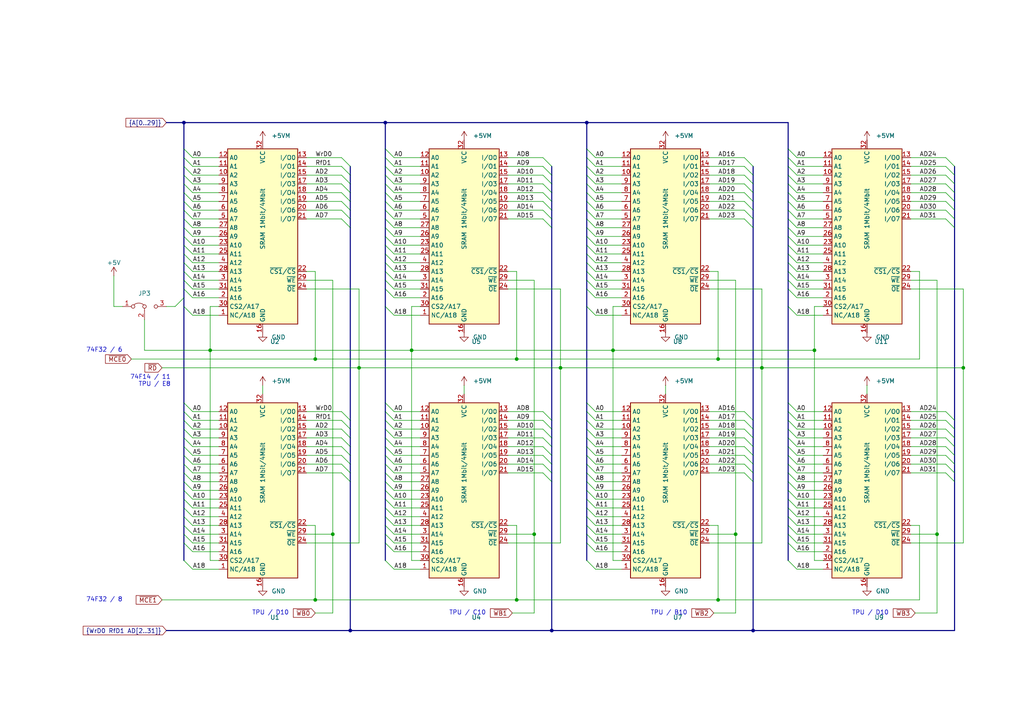
<source format=kicad_sch>
(kicad_sch (version 20250114) (generator "eeschema") (generator_version "9.0")
  (paper "A4")
  (title_block (title "TPU"))
  (text "TPU / C10" (at 140.97 177.8 0) (effects (font (size 1.27 1.27)) (justify right)))
  (text "74F32 / 8" (at 35.56 173.99 0) (effects (font (size 1.27 1.27)) (justify right)))
  (text "TPU / D10" (at 257.81 177.8 0) (effects (font (size 1.27 1.27)) (justify right)))
  (text "TPU / D10" (at 83.82 177.8 0) (effects (font (size 1.27 1.27)) (justify right)))
  (text "TPU / B10" (at 199.39 177.8 0) (effects (font (size 1.27 1.27)) (justify right)))
  (text "74F32 / 6" (at 35.56 101.6 0) (effects (font (size 1.27 1.27)) (justify right)))
  (text "74F14 / 11\nTPU / E8" (at 49.53 110.49 0) (effects (font (size 1.27 1.27)) (justify right)))
  (junction (at 101.6 182.88))
  (junction (at 218.44 182.88))
  (junction (at 170.18 35.56))
  (junction (at 111.76 35.56))
  (junction (at 162.56 106.68))
  (junction (at 91.44 104.14))
  (junction (at 177.8 101.6))
  (junction (at 279.4 106.68))
  (junction (at 208.28 104.14))
  (junction (at 149.86 104.14))
  (junction (at 154.94 154.94))
  (junction (at -21.59 181.61))
  (junction (at 149.86 173.99))
  (junction (at 208.28 173.99))
  (junction (at 53.34 35.56))
  (junction (at 271.78 154.94))
  (junction (at 60.96 101.6))
  (junction (at 104.14 106.68))
  (junction (at 91.44 173.99))
  (junction (at 160.02 182.88))
  (junction (at 119.38 101.6))
  (junction (at 96.52 154.94))
  (junction (at 220.98 106.68))
  (junction (at 236.22 101.6))
  (junction (at 213.36 154.94))
  (bus_entry (at 99.06 121.92) (size 2.54 2.54))
  (bus_entry (at 274.32 132.08) (size 2.54 2.54))
  (bus_entry (at 53.34 73.66) (size 2.54 2.54))
  (bus_entry (at 111.76 71.12) (size 2.54 2.54))
  (bus_entry (at 228.6 83.82) (size 2.54 2.54))
  (bus_entry (at 215.9 132.08) (size 2.54 2.54))
  (bus_entry (at 228.6 68.58) (size 2.54 2.54))
  (bus_entry (at 50.8 88.9) (size 2.54 -2.54))
  (bus_entry (at 99.06 45.72) (size 2.54 2.54))
  (bus_entry (at 215.9 119.38) (size 2.54 2.54))
  (bus_entry (at 170.18 66.04) (size 2.54 2.54))
  (bus_entry (at 111.76 152.4) (size 2.54 2.54))
  (bus_entry (at 170.18 60.96) (size 2.54 2.54))
  (bus_entry (at 170.18 55.88) (size 2.54 2.54))
  (bus_entry (at 170.18 116.84) (size 2.54 2.54))
  (bus_entry (at 53.34 119.38) (size 2.54 2.54))
  (bus_entry (at 53.34 78.74) (size 2.54 2.54))
  (bus_entry (at 170.18 147.32) (size 2.54 2.54))
  (bus_entry (at 53.34 149.86) (size 2.54 2.54))
  (bus_entry (at 53.34 68.58) (size 2.54 2.54))
  (bus_entry (at 170.18 71.12) (size 2.54 2.54))
  (bus_entry (at 228.6 81.28) (size 2.54 2.54))
  (bus_entry (at 215.9 134.62) (size 2.54 2.54))
  (bus_entry (at 170.18 119.38) (size 2.54 2.54))
  (bus_entry (at 53.34 127) (size 2.54 2.54))
  (bus_entry (at 274.32 124.46) (size 2.54 2.54))
  (bus_entry (at 228.6 116.84) (size 2.54 2.54))
  (bus_entry (at 99.06 48.26) (size 2.54 2.54))
  (bus_entry (at 170.18 127) (size 2.54 2.54))
  (bus_entry (at 111.76 58.42) (size 2.54 2.54))
  (bus_entry (at 170.18 43.18) (size 2.54 2.54))
  (bus_entry (at 215.9 137.16) (size 2.54 2.54))
  (bus_entry (at 53.34 60.96) (size 2.54 2.54))
  (bus_entry (at 99.06 60.96) (size 2.54 2.54))
  (bus_entry (at 99.06 119.38) (size 2.54 2.54))
  (bus_entry (at 157.48 53.34) (size 2.54 2.54))
  (bus_entry (at 111.76 119.38) (size 2.54 2.54))
  (bus_entry (at 157.48 137.16) (size 2.54 2.54))
  (bus_entry (at 228.6 53.34) (size 2.54 2.54))
  (bus_entry (at 228.6 58.42) (size 2.54 2.54))
  (bus_entry (at 274.32 60.96) (size 2.54 2.54))
  (bus_entry (at 111.76 81.28) (size 2.54 2.54))
  (bus_entry (at 228.6 162.56) (size 2.54 2.54))
  (bus_entry (at 228.6 71.12) (size 2.54 2.54))
  (bus_entry (at 228.6 139.7) (size 2.54 2.54))
  (bus_entry (at 170.18 124.46) (size 2.54 2.54))
  (bus_entry (at 215.9 121.92) (size 2.54 2.54))
  (bus_entry (at 228.6 45.72) (size 2.54 2.54))
  (bus_entry (at 274.32 58.42) (size 2.54 2.54))
  (bus_entry (at 170.18 121.92) (size 2.54 2.54))
  (bus_entry (at 170.18 81.28) (size 2.54 2.54))
  (bus_entry (at 111.76 63.5) (size 2.54 2.54))
  (bus_entry (at 111.76 157.48) (size 2.54 2.54))
  (bus_entry (at 111.76 134.62) (size 2.54 2.54))
  (bus_entry (at 215.9 60.96) (size 2.54 2.54))
  (bus_entry (at 111.76 43.18) (size 2.54 2.54))
  (bus_entry (at 53.34 134.62) (size 2.54 2.54))
  (bus_entry (at 170.18 83.82) (size 2.54 2.54))
  (bus_entry (at 274.32 50.8) (size 2.54 2.54))
  (bus_entry (at 53.34 55.88) (size 2.54 2.54))
  (bus_entry (at 170.18 58.42) (size 2.54 2.54))
  (bus_entry (at 53.34 116.84) (size 2.54 2.54))
  (bus_entry (at 53.34 81.28) (size 2.54 2.54))
  (bus_entry (at 215.9 45.72) (size 2.54 2.54))
  (bus_entry (at 53.34 124.46) (size 2.54 2.54))
  (bus_entry (at 99.06 124.46) (size 2.54 2.54))
  (bus_entry (at 228.6 129.54) (size 2.54 2.54))
  (bus_entry (at 53.34 50.8) (size 2.54 2.54))
  (bus_entry (at 215.9 48.26) (size 2.54 2.54))
  (bus_entry (at 274.32 134.62) (size 2.54 2.54))
  (bus_entry (at 111.76 121.92) (size 2.54 2.54))
  (bus_entry (at 111.76 127) (size 2.54 2.54))
  (bus_entry (at 228.6 73.66) (size 2.54 2.54))
  (bus_entry (at 274.32 137.16) (size 2.54 2.54))
  (bus_entry (at 111.76 137.16) (size 2.54 2.54))
  (bus_entry (at 157.48 58.42) (size 2.54 2.54))
  (bus_entry (at 215.9 55.88) (size 2.54 2.54))
  (bus_entry (at 111.76 147.32) (size 2.54 2.54))
  (bus_entry (at 111.76 60.96) (size 2.54 2.54))
  (bus_entry (at 111.76 66.04) (size 2.54 2.54))
  (bus_entry (at 274.32 63.5) (size 2.54 2.54))
  (bus_entry (at 170.18 76.2) (size 2.54 2.54))
  (bus_entry (at 170.18 48.26) (size 2.54 2.54))
  (bus_entry (at 99.06 50.8) (size 2.54 2.54))
  (bus_entry (at 53.34 152.4) (size 2.54 2.54))
  (bus_entry (at 53.34 58.42) (size 2.54 2.54))
  (bus_entry (at 228.6 78.74) (size 2.54 2.54))
  (bus_entry (at 228.6 147.32) (size 2.54 2.54))
  (bus_entry (at 111.76 88.9) (size 2.54 2.54))
  (bus_entry (at 99.06 134.62) (size 2.54 2.54))
  (bus_entry (at 157.48 119.38) (size 2.54 2.54))
  (bus_entry (at 111.76 124.46) (size 2.54 2.54))
  (bus_entry (at 170.18 134.62) (size 2.54 2.54))
  (bus_entry (at 170.18 137.16) (size 2.54 2.54))
  (bus_entry (at 111.76 78.74) (size 2.54 2.54))
  (bus_entry (at 99.06 53.34) (size 2.54 2.54))
  (bus_entry (at 53.34 121.92) (size 2.54 2.54))
  (bus_entry (at 228.6 134.62) (size 2.54 2.54))
  (bus_entry (at 99.06 58.42) (size 2.54 2.54))
  (bus_entry (at 274.32 48.26) (size 2.54 2.54))
  (bus_entry (at 53.34 137.16) (size 2.54 2.54))
  (bus_entry (at 228.6 157.48) (size 2.54 2.54))
  (bus_entry (at 157.48 132.08) (size 2.54 2.54))
  (bus_entry (at 99.06 63.5) (size 2.54 2.54))
  (bus_entry (at 53.34 53.34) (size 2.54 2.54))
  (bus_entry (at 111.76 55.88) (size 2.54 2.54))
  (bus_entry (at 111.76 139.7) (size 2.54 2.54))
  (bus_entry (at 157.48 124.46) (size 2.54 2.54))
  (bus_entry (at 53.34 139.7) (size 2.54 2.54))
  (bus_entry (at 53.34 162.56) (size 2.54 2.54))
  (bus_entry (at 274.32 127) (size 2.54 2.54))
  (bus_entry (at 228.6 127) (size 2.54 2.54))
  (bus_entry (at 53.34 142.24) (size 2.54 2.54))
  (bus_entry (at 215.9 63.5) (size 2.54 2.54))
  (bus_entry (at 228.6 76.2) (size 2.54 2.54))
  (bus_entry (at 157.48 127) (size 2.54 2.54))
  (bus_entry (at 228.6 60.96) (size 2.54 2.54))
  (bus_entry (at 215.9 124.46) (size 2.54 2.54))
  (bus_entry (at 170.18 142.24) (size 2.54 2.54))
  (bus_entry (at 111.76 83.82) (size 2.54 2.54))
  (bus_entry (at 99.06 129.54) (size 2.54 2.54))
  (bus_entry (at 111.76 45.72) (size 2.54 2.54))
  (bus_entry (at 228.6 154.94) (size 2.54 2.54))
  (bus_entry (at 53.34 154.94) (size 2.54 2.54))
  (bus_entry (at 157.48 60.96) (size 2.54 2.54))
  (bus_entry (at 53.34 144.78) (size 2.54 2.54))
  (bus_entry (at 157.48 63.5) (size 2.54 2.54))
  (bus_entry (at 228.6 43.18) (size 2.54 2.54))
  (bus_entry (at 53.34 83.82) (size 2.54 2.54))
  (bus_entry (at 170.18 53.34) (size 2.54 2.54))
  (bus_entry (at 157.48 45.72) (size 2.54 2.54))
  (bus_entry (at 170.18 139.7) (size 2.54 2.54))
  (bus_entry (at 53.34 66.04) (size 2.54 2.54))
  (bus_entry (at 170.18 162.56) (size 2.54 2.54))
  (bus_entry (at 53.34 88.9) (size 2.54 2.54))
  (bus_entry (at 53.34 132.08) (size 2.54 2.54))
  (bus_entry (at 157.48 55.88) (size 2.54 2.54))
  (bus_entry (at 228.6 152.4) (size 2.54 2.54))
  (bus_entry (at 228.6 121.92) (size 2.54 2.54))
  (bus_entry (at 215.9 50.8) (size 2.54 2.54))
  (bus_entry (at 274.32 121.92) (size 2.54 2.54))
  (bus_entry (at 170.18 157.48) (size 2.54 2.54))
  (bus_entry (at 170.18 50.8) (size 2.54 2.54))
  (bus_entry (at 53.34 63.5) (size 2.54 2.54))
  (bus_entry (at 228.6 88.9) (size 2.54 2.54))
  (bus_entry (at 274.32 129.54) (size 2.54 2.54))
  (bus_entry (at 111.76 53.34) (size 2.54 2.54))
  (bus_entry (at 111.76 68.58) (size 2.54 2.54))
  (bus_entry (at 99.06 127) (size 2.54 2.54))
  (bus_entry (at 228.6 137.16) (size 2.54 2.54))
  (bus_entry (at 170.18 144.78) (size 2.54 2.54))
  (bus_entry (at 274.32 45.72) (size 2.54 2.54))
  (bus_entry (at 53.34 129.54) (size 2.54 2.54))
  (bus_entry (at 228.6 50.8) (size 2.54 2.54))
  (bus_entry (at 157.48 48.26) (size 2.54 2.54))
  (bus_entry (at 53.34 147.32) (size 2.54 2.54))
  (bus_entry (at 111.76 144.78) (size 2.54 2.54))
  (bus_entry (at 53.34 43.18) (size 2.54 2.54))
  (bus_entry (at 99.06 55.88) (size 2.54 2.54))
  (bus_entry (at 228.6 48.26) (size 2.54 2.54))
  (bus_entry (at 111.76 129.54) (size 2.54 2.54))
  (bus_entry (at 170.18 63.5) (size 2.54 2.54))
  (bus_entry (at 170.18 78.74) (size 2.54 2.54))
  (bus_entry (at 157.48 121.92) (size 2.54 2.54))
  (bus_entry (at 111.76 149.86) (size 2.54 2.54))
  (bus_entry (at 170.18 45.72) (size 2.54 2.54))
  (bus_entry (at 111.76 132.08) (size 2.54 2.54))
  (bus_entry (at 170.18 129.54) (size 2.54 2.54))
  (bus_entry (at 274.32 119.38) (size 2.54 2.54))
  (bus_entry (at 170.18 68.58) (size 2.54 2.54))
  (bus_entry (at 215.9 58.42) (size 2.54 2.54))
  (bus_entry (at 111.76 50.8) (size 2.54 2.54))
  (bus_entry (at 99.06 132.08) (size 2.54 2.54))
  (bus_entry (at 157.48 134.62) (size 2.54 2.54))
  (bus_entry (at 170.18 88.9) (size 2.54 2.54))
  (bus_entry (at 53.34 71.12) (size 2.54 2.54))
  (bus_entry (at 228.6 132.08) (size 2.54 2.54))
  (bus_entry (at 228.6 149.86) (size 2.54 2.54))
  (bus_entry (at 53.34 45.72) (size 2.54 2.54))
  (bus_entry (at 228.6 63.5) (size 2.54 2.54))
  (bus_entry (at 228.6 124.46) (size 2.54 2.54))
  (bus_entry (at 111.76 48.26) (size 2.54 2.54))
  (bus_entry (at 228.6 142.24) (size 2.54 2.54))
  (bus_entry (at 111.76 142.24) (size 2.54 2.54))
  (bus_entry (at 99.06 137.16) (size 2.54 2.54))
  (bus_entry (at 111.76 73.66) (size 2.54 2.54))
  (bus_entry (at 228.6 144.78) (size 2.54 2.54))
  (bus_entry (at 157.48 129.54) (size 2.54 2.54))
  (bus_entry (at 111.76 162.56) (size 2.54 2.54))
  (bus_entry (at 111.76 116.84) (size 2.54 2.54))
  (bus_entry (at 170.18 149.86) (size 2.54 2.54))
  (bus_entry (at 228.6 66.04) (size 2.54 2.54))
  (bus_entry (at 170.18 73.66) (size 2.54 2.54))
  (bus_entry (at 53.34 76.2) (size 2.54 2.54))
  (bus_entry (at 111.76 154.94) (size 2.54 2.54))
  (bus_entry (at 53.34 48.26) (size 2.54 2.54))
  (bus_entry (at 215.9 127) (size 2.54 2.54))
  (bus_entry (at 170.18 132.08) (size 2.54 2.54))
  (bus_entry (at 111.76 76.2) (size 2.54 2.54))
  (bus_entry (at 215.9 129.54) (size 2.54 2.54))
  (bus_entry (at 274.32 53.34) (size 2.54 2.54))
  (bus_entry (at 170.18 154.94) (size 2.54 2.54))
  (bus_entry (at 215.9 53.34) (size 2.54 2.54))
  (bus_entry (at 157.48 50.8) (size 2.54 2.54))
  (bus_entry (at 53.34 157.48) (size 2.54 2.54))
  (bus_entry (at 274.32 55.88) (size 2.54 2.54))
  (bus_entry (at 228.6 55.88) (size 2.54 2.54))
  (bus_entry (at 170.18 152.4) (size 2.54 2.54))
  (bus_entry (at 228.6 119.38) (size 2.54 2.54))
  (wire (pts (xy 205.74 78.74) (xy 208.28 78.74)))
  (wire (pts (xy 147.32 127) (xy 157.48 127)))
  (wire (pts (xy 172.72 50.8) (xy 180.34 50.8)))
  (wire (pts (xy 55.88 157.48) (xy 63.5 157.48)))
  (bus (pts (xy 53.34 157.48) (xy 53.34 162.56)))
  (wire (pts (xy 119.38 101.6) (xy 119.38 162.56)))
  (wire (pts (xy 220.98 106.68) (xy 162.56 106.68)))
  (bus (pts (xy 160.02 53.34) (xy 160.02 55.88)))
  (wire (pts (xy 114.3 91.44) (xy 121.92 91.44)))
  (bus (pts (xy 101.6 139.7) (xy 101.6 182.88)))
  (wire (pts (xy 205.74 137.16) (xy 215.9 137.16)))
  (bus (pts (xy 160.02 60.96) (xy 160.02 63.5)))
  (wire (pts (xy 147.32 83.82) (xy 162.56 83.82)))
  (wire (pts (xy 264.16 78.74) (xy 266.7 78.74)))
  (bus (pts (xy 228.6 137.16) (xy 228.6 139.7)))
  (wire (pts (xy 231.14 58.42) (xy 238.76 58.42)))
  (wire (pts (xy 231.14 139.7) (xy 238.76 139.7)))
  (wire (pts (xy 231.14 137.16) (xy 238.76 137.16)))
  (wire (pts (xy 55.88 152.4) (xy 63.5 152.4)))
  (wire (pts (xy 88.9 78.74) (xy 91.44 78.74)))
  (bus (pts (xy 228.6 81.28) (xy 228.6 83.82)))
  (wire (pts (xy 264.16 152.4) (xy 266.7 152.4)))
  (bus (pts (xy 228.6 58.42) (xy 228.6 60.96)))
  (wire (pts (xy 147.32 63.5) (xy 157.48 63.5)))
  (bus (pts (xy 218.44 55.88) (xy 218.44 58.42)))
  (wire (pts (xy 41.91 92.71) (xy 41.91 101.6)))
  (wire (pts (xy 279.4 83.82) (xy 279.4 106.68)))
  (wire (pts (xy 55.88 149.86) (xy 63.5 149.86)))
  (bus (pts (xy 53.34 119.38) (xy 53.34 121.92)))
  (wire (pts (xy 76.2 111.76) (xy 76.2 114.3)))
  (wire (pts (xy 205.74 58.42) (xy 215.9 58.42)))
  (wire (pts (xy 264.16 127) (xy 274.32 127)))
  (bus (pts (xy 53.34 48.26) (xy 53.34 50.8)))
  (wire (pts (xy 114.3 165.1) (xy 121.92 165.1)))
  (bus (pts (xy 170.18 53.34) (xy 170.18 55.88)))
  (wire (pts (xy 264.16 132.08) (xy 274.32 132.08)))
  (wire (pts (xy 114.3 60.96) (xy 121.92 60.96)))
  (wire (pts (xy 213.36 154.94) (xy 213.36 81.28)))
  (bus (pts (xy 170.18 63.5) (xy 170.18 66.04)))
  (wire (pts (xy 231.14 124.46) (xy 238.76 124.46)))
  (bus (pts (xy 170.18 142.24) (xy 170.18 144.78)))
  (bus (pts (xy 111.76 132.08) (xy 111.76 134.62)))
  (wire (pts (xy 172.72 152.4) (xy 180.34 152.4)))
  (bus (pts (xy 228.6 139.7) (xy 228.6 142.24)))
  (wire (pts (xy 149.86 152.4) (xy 149.86 173.99)))
  (wire (pts (xy 55.88 139.7) (xy 63.5 139.7)))
  (bus (pts (xy 218.44 121.92) (xy 218.44 124.46)))
  (bus (pts (xy 276.86 127) (xy 276.86 129.54)))
  (wire (pts (xy 88.9 132.08) (xy 99.06 132.08)))
  (wire (pts (xy 271.78 154.94) (xy 271.78 81.28)))
  (bus (pts (xy 160.02 63.5) (xy 160.02 66.04)))
  (bus (pts (xy 111.76 119.38) (xy 111.76 121.92)))
  (wire (pts (xy 55.88 86.36) (xy 63.5 86.36)))
  (wire (pts (xy 205.74 50.8) (xy 215.9 50.8)))
  (wire (pts (xy 55.88 132.08) (xy 63.5 132.08)))
  (bus (pts (xy 111.76 35.56) (xy 170.18 35.56)))
  (wire (pts (xy 264.16 154.94) (xy 271.78 154.94)))
  (wire (pts (xy 88.9 60.96) (xy 99.06 60.96)))
  (wire (pts (xy 236.22 162.56) (xy 238.76 162.56)))
  (bus (pts (xy 170.18 134.62) (xy 170.18 137.16)))
  (bus (pts (xy 276.86 124.46) (xy 276.86 127)))
  (wire (pts (xy 55.88 124.46) (xy 63.5 124.46)))
  (wire (pts (xy 162.56 106.68) (xy 162.56 157.48)))
  (wire (pts (xy 177.8 101.6) (xy 177.8 88.9)))
  (wire (pts (xy 147.32 132.08) (xy 157.48 132.08)))
  (wire (pts (xy 55.88 63.5) (xy 63.5 63.5)))
  (wire (pts (xy 205.74 53.34) (xy 215.9 53.34)))
  (wire (pts (xy 231.14 127) (xy 238.76 127)))
  (bus (pts (xy 170.18 121.92) (xy 170.18 124.46)))
  (bus (pts (xy 228.6 147.32) (xy 228.6 149.86)))
  (wire (pts (xy 231.14 165.1) (xy 238.76 165.1)))
  (bus (pts (xy 218.44 129.54) (xy 218.44 132.08)))
  (bus (pts (xy 170.18 76.2) (xy 170.18 78.74)))
  (wire (pts (xy 172.72 78.74) (xy 180.34 78.74)))
  (wire (pts (xy 205.74 121.92) (xy 215.9 121.92)))
  (bus (pts (xy 218.44 124.46) (xy 218.44 127)))
  (wire (pts (xy 154.94 154.94) (xy 154.94 177.8)))
  (wire (pts (xy 114.3 121.92) (xy 121.92 121.92)))
  (bus (pts (xy 160.02 127) (xy 160.02 129.54)))
  (wire (pts (xy 264.16 119.38) (xy 274.32 119.38)))
  (bus (pts (xy 111.76 147.32) (xy 111.76 149.86)))
  (bus (pts (xy 160.02 66.04) (xy 160.02 121.92)))
  (wire (pts (xy 264.16 121.92) (xy 274.32 121.92)))
  (bus (pts (xy 111.76 35.56) (xy 111.76 43.18)))
  (wire (pts (xy 60.96 101.6) (xy 60.96 162.56)))
  (bus (pts (xy 111.76 66.04) (xy 111.76 68.58)))
  (wire (pts (xy 147.32 152.4) (xy 149.86 152.4)))
  (bus (pts (xy 276.86 134.62) (xy 276.86 137.16)))
  (bus (pts (xy 111.76 55.88) (xy 111.76 58.42)))
  (bus (pts (xy 160.02 139.7) (xy 160.02 182.88)))
  (wire (pts (xy 55.88 129.54) (xy 63.5 129.54)))
  (wire (pts (xy 119.38 101.6) (xy 119.38 88.9)))
  (wire (pts (xy 114.3 124.46) (xy 121.92 124.46)))
  (wire (pts (xy 60.96 101.6) (xy 60.96 88.9)))
  (wire (pts (xy 88.9 134.62) (xy 99.06 134.62)))
  (wire (pts (xy 88.9 127) (xy 99.06 127)))
  (wire (pts (xy 55.88 78.74) (xy 63.5 78.74)))
  (wire (pts (xy 91.44 104.14) (xy 91.44 78.74)))
  (wire (pts (xy 104.14 106.68) (xy 104.14 83.82)))
  (wire (pts (xy 60.96 101.6) (xy 119.38 101.6)))
  (wire (pts (xy 177.8 101.6) (xy 236.22 101.6)))
  (bus (pts (xy 228.6 124.46) (xy 228.6 127)))
  (wire (pts (xy 88.9 63.5) (xy 99.06 63.5)))
  (bus (pts (xy 101.6 60.96) (xy 101.6 63.5)))
  (wire (pts (xy 114.3 76.2) (xy 121.92 76.2)))
  (bus (pts (xy 170.18 78.74) (xy 170.18 81.28)))
  (wire (pts (xy 172.72 142.24) (xy 180.34 142.24)))
  (wire (pts (xy 172.72 154.94) (xy 180.34 154.94)))
  (bus (pts (xy 228.6 134.62) (xy 228.6 137.16)))
  (wire (pts (xy 172.72 157.48) (xy 180.34 157.48)))
  (bus (pts (xy 170.18 154.94) (xy 170.18 157.48)))
  (wire (pts (xy 172.72 71.12) (xy 180.34 71.12)))
  (wire (pts (xy 208.28 104.14) (xy 266.7 104.14)))
  (bus (pts (xy 53.34 134.62) (xy 53.34 137.16)))
  (wire (pts (xy 114.3 157.48) (xy 121.92 157.48)))
  (bus (pts (xy 276.86 139.7) (xy 276.86 182.88)))
  (wire (pts (xy 264.16 60.96) (xy 274.32 60.96)))
  (wire (pts (xy 205.74 119.38) (xy 215.9 119.38)))
  (wire (pts (xy 264.16 58.42) (xy 274.32 58.42)))
  (wire (pts (xy -21.59 186.69) (xy -21.59 187.96)))
  (wire (pts (xy 60.96 88.9) (xy 63.5 88.9)))
  (bus (pts (xy 111.76 63.5) (xy 111.76 66.04)))
  (wire (pts (xy 172.72 129.54) (xy 180.34 129.54)))
  (wire (pts (xy 231.14 45.72) (xy 238.76 45.72)))
  (bus (pts (xy 218.44 132.08) (xy 218.44 134.62)))
  (wire (pts (xy 231.14 142.24) (xy 238.76 142.24)))
  (bus (pts (xy 228.6 132.08) (xy 228.6 134.62)))
  (wire (pts (xy 91.44 152.4) (xy 91.44 173.99)))
  (bus (pts (xy 218.44 66.04) (xy 218.44 121.92)))
  (wire (pts (xy 55.88 165.1) (xy 63.5 165.1)))
  (bus (pts (xy 170.18 132.08) (xy 170.18 134.62)))
  (wire (pts (xy 231.14 73.66) (xy 238.76 73.66)))
  (wire (pts (xy 46.99 173.99) (xy 91.44 173.99)))
  (wire (pts (xy 48.26 88.9) (xy 50.8 88.9)))
  (wire (pts (xy 220.98 106.68) (xy 220.98 157.48)))
  (wire (pts (xy -21.59 181.61) (xy -21.59 180.34)))
  (wire (pts (xy 41.91 101.6) (xy 60.96 101.6)))
  (wire (pts (xy 88.9 129.54) (xy 99.06 129.54)))
  (bus (pts (xy 276.86 48.26) (xy 276.86 50.8)))
  (wire (pts (xy 231.14 68.58) (xy 238.76 68.58)))
  (wire (pts (xy 177.8 162.56) (xy 180.34 162.56)))
  (bus (pts (xy 170.18 73.66) (xy 170.18 76.2)))
  (wire (pts (xy 114.3 147.32) (xy 121.92 147.32)))
  (bus (pts (xy 218.44 48.26) (xy 218.44 50.8)))
  (wire (pts (xy 91.44 104.14) (xy 149.86 104.14)))
  (wire (pts (xy 38.1 104.14) (xy 91.44 104.14)))
  (bus (pts (xy 160.02 55.88) (xy 160.02 58.42)))
  (bus (pts (xy 228.6 149.86) (xy 228.6 152.4)))
  (bus (pts (xy 170.18 35.56) (xy 228.6 35.56)))
  (wire (pts (xy 55.88 45.72) (xy 63.5 45.72)))
  (wire (pts (xy 114.3 78.74) (xy 121.92 78.74)))
  (bus (pts (xy 276.86 55.88) (xy 276.86 58.42)))
  (wire (pts (xy 55.88 55.88) (xy 63.5 55.88)))
  (bus (pts (xy 170.18 88.9) (xy 170.18 116.84)))
  (bus (pts (xy 53.34 132.08) (xy 53.34 134.62)))
  (wire (pts (xy 205.74 157.48) (xy 220.98 157.48)))
  (bus (pts (xy 53.34 83.82) (xy 53.34 86.36)))
  (bus (pts (xy 160.02 58.42) (xy 160.02 60.96)))
  (bus (pts (xy 111.76 154.94) (xy 111.76 157.48)))
  (wire (pts (xy 264.16 157.48) (xy 279.4 157.48)))
  (wire (pts (xy 236.22 101.6) (xy 236.22 162.56)))
  (bus (pts (xy 101.6 63.5) (xy 101.6 66.04)))
  (wire (pts (xy 231.14 81.28) (xy 238.76 81.28)))
  (wire (pts (xy -12.7 180.34) (xy -12.7 181.61)))
  (bus (pts (xy 111.76 78.74) (xy 111.76 81.28)))
  (bus (pts (xy 111.76 139.7) (xy 111.76 142.24)))
  (wire (pts (xy 205.74 129.54) (xy 215.9 129.54)))
  (wire (pts (xy 205.74 152.4) (xy 208.28 152.4)))
  (bus (pts (xy 53.34 71.12) (xy 53.34 73.66)))
  (bus (pts (xy 101.6 137.16) (xy 101.6 139.7)))
  (bus (pts (xy 228.6 142.24) (xy 228.6 144.78)))
  (bus (pts (xy 218.44 137.16) (xy 218.44 139.7)))
  (bus (pts (xy 53.34 60.96) (xy 53.34 63.5)))
  (bus (pts (xy 170.18 144.78) (xy 170.18 147.32)))
  (wire (pts (xy 193.04 111.76) (xy 193.04 114.3)))
  (wire (pts (xy 88.9 50.8) (xy 99.06 50.8)))
  (bus (pts (xy 53.34 154.94) (xy 53.34 157.48)))
  (wire (pts (xy 88.9 48.26) (xy 99.06 48.26)))
  (wire (pts (xy 231.14 53.34) (xy 238.76 53.34)))
  (wire (pts (xy 264.16 83.82) (xy 279.4 83.82)))
  (wire (pts (xy 251.46 111.76) (xy 251.46 114.3)))
  (bus (pts (xy 53.34 43.18) (xy 53.34 45.72)))
  (bus (pts (xy 160.02 50.8) (xy 160.02 53.34)))
  (bus (pts (xy 228.6 66.04) (xy 228.6 68.58)))
  (wire (pts (xy 231.14 50.8) (xy 238.76 50.8)))
  (bus (pts (xy 228.6 60.96) (xy 228.6 63.5)))
  (bus (pts (xy 101.6 127) (xy 101.6 129.54)))
  (bus (pts (xy 101.6 182.88) (xy 160.02 182.88)))
  (wire (pts (xy 172.72 48.26) (xy 180.34 48.26)))
  (wire (pts (xy 149.86 78.74) (xy 149.86 104.14)))
  (bus (pts (xy 170.18 66.04) (xy 170.18 68.58)))
  (wire (pts (xy 177.8 88.9) (xy 180.34 88.9)))
  (bus (pts (xy 276.86 66.04) (xy 276.86 121.92)))
  (bus (pts (xy 53.34 86.36) (xy 53.34 88.9)))
  (bus (pts (xy 53.34 35.56) (xy 111.76 35.56)))
  (wire (pts (xy 231.14 55.88) (xy 238.76 55.88)))
  (bus (pts (xy 53.34 129.54) (xy 53.34 132.08)))
  (bus (pts (xy 170.18 149.86) (xy 170.18 152.4)))
  (bus (pts (xy 111.76 152.4) (xy 111.76 154.94)))
  (bus (pts (xy 160.02 48.26) (xy 160.02 50.8)))
  (bus (pts (xy 170.18 55.88) (xy 170.18 58.42)))
  (wire (pts (xy 88.9 152.4) (xy 91.44 152.4)))
  (wire (pts (xy 236.22 88.9) (xy 236.22 101.6)))
  (bus (pts (xy 111.76 73.66) (xy 111.76 76.2)))
  (wire (pts (xy 147.32 55.88) (xy 157.48 55.88)))
  (wire (pts (xy 149.86 173.99) (xy 91.44 173.99)))
  (bus (pts (xy 111.76 129.54) (xy 111.76 132.08)))
  (wire (pts (xy 55.88 71.12) (xy 63.5 71.12)))
  (wire (pts (xy 265.43 177.8) (xy 271.78 177.8)))
  (wire (pts (xy 231.14 129.54) (xy 238.76 129.54)))
  (wire (pts (xy -24.13 181.61) (xy -21.59 181.61)))
  (bus (pts (xy 170.18 127) (xy 170.18 129.54)))
  (wire (pts (xy 264.16 63.5) (xy 274.32 63.5)))
  (wire (pts (xy 134.62 111.76) (xy 134.62 114.3)))
  (bus (pts (xy 228.6 50.8) (xy 228.6 53.34)))
  (wire (pts (xy 205.74 154.94) (xy 213.36 154.94)))
  (bus (pts (xy 111.76 60.96) (xy 111.76 63.5)))
  (wire (pts (xy 114.3 73.66) (xy 121.92 73.66)))
  (bus (pts (xy 170.18 50.8) (xy 170.18 53.34)))
  (wire (pts (xy 208.28 152.4) (xy 208.28 173.99)))
  (wire (pts (xy 220.98 83.82) (xy 220.98 106.68)))
  (bus (pts (xy 53.34 152.4) (xy 53.34 154.94)))
  (bus (pts (xy 228.6 76.2) (xy 228.6 78.74)))
  (wire (pts (xy 172.72 45.72) (xy 180.34 45.72)))
  (wire (pts (xy 264.16 48.26) (xy 274.32 48.26)))
  (wire (pts (xy 55.88 137.16) (xy 63.5 137.16)))
  (bus (pts (xy 170.18 81.28) (xy 170.18 83.82)))
  (bus (pts (xy 160.02 121.92) (xy 160.02 124.46)))
  (wire (pts (xy 231.14 132.08) (xy 238.76 132.08)))
  (bus (pts (xy 111.76 149.86) (xy 111.76 152.4)))
  (wire (pts (xy 205.74 48.26) (xy 215.9 48.26)))
  (bus (pts (xy 111.76 144.78) (xy 111.76 147.32)))
  (bus (pts (xy 53.34 66.04) (xy 53.34 68.58)))
  (bus (pts (xy 160.02 124.46) (xy 160.02 127)))
  (wire (pts (xy 231.14 91.44) (xy 238.76 91.44)))
  (bus (pts (xy 276.86 50.8) (xy 276.86 53.34)))
  (bus (pts (xy 111.76 137.16) (xy 111.76 139.7)))
  (wire (pts (xy 55.88 50.8) (xy 63.5 50.8)))
  (wire (pts (xy 88.9 58.42) (xy 99.06 58.42)))
  (wire (pts (xy 55.88 142.24) (xy 63.5 142.24)))
  (wire (pts (xy 205.74 60.96) (xy 215.9 60.96)))
  (bus (pts (xy 170.18 43.18) (xy 170.18 45.72)))
  (wire (pts (xy 114.3 71.12) (xy 121.92 71.12)))
  (wire (pts (xy 266.7 152.4) (xy 266.7 173.99)))
  (wire (pts (xy 114.3 137.16) (xy 121.92 137.16)))
  (wire (pts (xy 147.32 154.94) (xy 154.94 154.94)))
  (bus (pts (xy 101.6 55.88) (xy 101.6 58.42)))
  (wire (pts (xy 55.88 119.38) (xy 63.5 119.38)))
  (wire (pts (xy 207.01 177.8) (xy 213.36 177.8)))
  (wire (pts (xy 264.16 129.54) (xy 274.32 129.54)))
  (wire (pts (xy 231.14 160.02) (xy 238.76 160.02)))
  (bus (pts (xy 228.6 116.84) (xy 228.6 119.38)))
  (wire (pts (xy 264.16 124.46) (xy 274.32 124.46)))
  (wire (pts (xy 114.3 83.82) (xy 121.92 83.82)))
  (bus (pts (xy 53.34 144.78) (xy 53.34 147.32)))
  (bus (pts (xy 170.18 152.4) (xy 170.18 154.94)))
  (bus (pts (xy 276.86 63.5) (xy 276.86 66.04)))
  (wire (pts (xy 264.16 55.88) (xy 274.32 55.88)))
  (wire (pts (xy 55.88 154.94) (xy 63.5 154.94)))
  (bus (pts (xy 48.26 182.88) (xy 101.6 182.88)))
  (bus (pts (xy 53.34 88.9) (xy 53.34 116.84)))
  (wire (pts (xy 231.14 157.48) (xy 238.76 157.48)))
  (wire (pts (xy 172.72 76.2) (xy 180.34 76.2)))
  (bus (pts (xy 276.86 132.08) (xy 276.86 134.62)))
  (bus (pts (xy 228.6 88.9) (xy 228.6 116.84)))
  (wire (pts (xy 205.74 81.28) (xy 213.36 81.28)))
  (bus (pts (xy 228.6 48.26) (xy 228.6 50.8)))
  (wire (pts (xy 231.14 86.36) (xy 238.76 86.36)))
  (wire (pts (xy 172.72 66.04) (xy 180.34 66.04)))
  (wire (pts (xy 114.3 50.8) (xy 121.92 50.8)))
  (wire (pts (xy 55.88 53.34) (xy 63.5 53.34)))
  (wire (pts (xy 114.3 154.94) (xy 121.92 154.94)))
  (wire (pts (xy 88.9 137.16) (xy 99.06 137.16)))
  (wire (pts (xy 172.72 83.82) (xy 180.34 83.82)))
  (bus (pts (xy 111.76 127) (xy 111.76 129.54)))
  (wire (pts (xy 147.32 78.74) (xy 149.86 78.74)))
  (wire (pts (xy 266.7 78.74) (xy 266.7 104.14)))
  (wire (pts (xy 231.14 78.74) (xy 238.76 78.74)))
  (wire (pts (xy 104.14 106.68) (xy 46.99 106.68)))
  (wire (pts (xy 279.4 106.68) (xy 279.4 157.48)))
  (wire (pts (xy 213.36 177.8) (xy 213.36 154.94)))
  (wire (pts (xy 162.56 83.82) (xy 162.56 106.68)))
  (bus (pts (xy 101.6 53.34) (xy 101.6 55.88)))
  (bus (pts (xy 53.34 142.24) (xy 53.34 144.78)))
  (wire (pts (xy 205.74 127) (xy 215.9 127)))
  (wire (pts (xy 55.88 134.62) (xy 63.5 134.62)))
  (wire (pts (xy 172.72 58.42) (xy 180.34 58.42)))
  (wire (pts (xy -24.13 186.69) (xy -21.59 186.69)))
  (bus (pts (xy 228.6 78.74) (xy 228.6 81.28)))
  (bus (pts (xy 170.18 35.56) (xy 170.18 43.18)))
  (bus (pts (xy 101.6 48.26) (xy 101.6 50.8)))
  (wire (pts (xy 147.32 157.48) (xy 162.56 157.48)))
  (wire (pts (xy 55.88 76.2) (xy 63.5 76.2)))
  (wire (pts (xy 114.3 55.88) (xy 121.92 55.88)))
  (wire (pts (xy 154.94 177.8) (xy 148.59 177.8)))
  (wire (pts (xy 264.16 81.28) (xy 271.78 81.28)))
  (wire (pts (xy 114.3 160.02) (xy 121.92 160.02)))
  (bus (pts (xy 53.34 116.84) (xy 53.34 119.38)))
  (bus (pts (xy 170.18 147.32) (xy 170.18 149.86)))
  (bus (pts (xy 218.44 127) (xy 218.44 129.54)))
  (wire (pts (xy 208.28 78.74) (xy 208.28 104.14)))
  (wire (pts (xy 55.88 58.42) (xy 63.5 58.42)))
  (bus (pts (xy 53.34 45.72) (xy 53.34 48.26)))
  (wire (pts (xy 149.86 104.14) (xy 208.28 104.14)))
  (bus (pts (xy 218.44 53.34) (xy 218.44 55.88)))
  (bus (pts (xy 53.34 121.92) (xy 53.34 124.46)))
  (bus (pts (xy 228.6 71.12) (xy 228.6 73.66)))
  (wire (pts (xy 96.52 177.8) (xy 91.44 177.8)))
  (bus (pts (xy 111.76 43.18) (xy 111.76 45.72)))
  (bus (pts (xy 53.34 73.66) (xy 53.34 76.2)))
  (wire (pts (xy 55.88 121.92) (xy 63.5 121.92)))
  (bus (pts (xy 111.76 134.62) (xy 111.76 137.16)))
  (wire (pts (xy 205.74 83.82) (xy 220.98 83.82)))
  (wire (pts (xy 114.3 66.04) (xy 121.92 66.04)))
  (wire (pts (xy 55.88 160.02) (xy 63.5 160.02)))
  (wire (pts (xy 147.32 134.62) (xy 157.48 134.62)))
  (wire (pts (xy 119.38 101.6) (xy 177.8 101.6)))
  (wire (pts (xy 114.3 119.38) (xy 121.92 119.38)))
  (wire (pts (xy 147.32 81.28) (xy 154.94 81.28)))
  (wire (pts (xy 172.72 127) (xy 180.34 127)))
  (wire (pts (xy 231.14 119.38) (xy 238.76 119.38)))
  (bus (pts (xy 53.34 124.46) (xy 53.34 127)))
  (wire (pts (xy 147.32 129.54) (xy 157.48 129.54)))
  (bus (pts (xy 101.6 129.54) (xy 101.6 132.08)))
  (wire (pts (xy 172.72 81.28) (xy 180.34 81.28)))
  (wire (pts (xy 205.74 132.08) (xy 215.9 132.08)))
  (bus (pts (xy 218.44 63.5) (xy 218.44 66.04)))
  (wire (pts (xy 231.14 76.2) (xy 238.76 76.2)))
  (wire (pts (xy 208.28 173.99) (xy 149.86 173.99)))
  (wire (pts (xy 154.94 81.28) (xy 154.94 154.94)))
  (wire (pts (xy 55.88 83.82) (xy 63.5 83.82)))
  (bus (pts (xy 53.34 63.5) (xy 53.34 66.04)))
  (wire (pts (xy 88.9 124.46) (xy 99.06 124.46)))
  (bus (pts (xy 170.18 139.7) (xy 170.18 142.24)))
  (bus (pts (xy 276.86 121.92) (xy 276.86 124.46)))
  (wire (pts (xy 172.72 165.1) (xy 180.34 165.1)))
  (bus (pts (xy 111.76 48.26) (xy 111.76 50.8)))
  (wire (pts (xy 114.3 86.36) (xy 121.92 86.36)))
  (bus (pts (xy 276.86 53.34) (xy 276.86 55.88)))
  (bus (pts (xy 111.76 157.48) (xy 111.76 162.56)))
  (bus (pts (xy 53.34 55.88) (xy 53.34 58.42)))
  (bus (pts (xy 170.18 60.96) (xy 170.18 63.5)))
  (wire (pts (xy 162.56 106.68) (xy 104.14 106.68)))
  (wire (pts (xy 55.88 48.26) (xy 63.5 48.26)))
  (wire (pts (xy 231.14 83.82) (xy 238.76 83.82)))
  (wire (pts (xy 88.9 53.34) (xy 99.06 53.34)))
  (bus (pts (xy 170.18 116.84) (xy 170.18 119.38)))
  (wire (pts (xy 172.72 137.16) (xy 180.34 137.16)))
  (wire (pts (xy 33.02 80.01) (xy 33.02 88.9)))
  (wire (pts (xy 172.72 53.34) (xy 180.34 53.34)))
  (wire (pts (xy 231.14 63.5) (xy 238.76 63.5)))
  (wire (pts (xy 114.3 139.7) (xy 121.92 139.7)))
  (bus (pts (xy 276.86 137.16) (xy 276.86 139.7)))
  (wire (pts (xy 231.14 134.62) (xy 238.76 134.62)))
  (bus (pts (xy 160.02 182.88) (xy 218.44 182.88)))
  (bus (pts (xy 228.6 45.72) (xy 228.6 48.26)))
  (bus (pts (xy 276.86 60.96) (xy 276.86 63.5)))
  (bus (pts (xy 170.18 119.38) (xy 170.18 121.92)))
  (bus (pts (xy 111.76 45.72) (xy 111.76 48.26)))
  (bus (pts (xy 160.02 129.54) (xy 160.02 132.08)))
  (bus (pts (xy 228.6 68.58) (xy 228.6 71.12)))
  (bus (pts (xy 160.02 137.16) (xy 160.02 139.7)))
  (bus (pts (xy 218.44 60.96) (xy 218.44 63.5)))
  (wire (pts (xy 114.3 81.28) (xy 121.92 81.28)))
  (wire (pts (xy 55.88 73.66) (xy 63.5 73.66)))
  (bus (pts (xy 53.34 127) (xy 53.34 129.54)))
  (wire (pts (xy 147.32 48.26) (xy 157.48 48.26)))
  (bus (pts (xy 53.34 137.16) (xy 53.34 139.7)))
  (wire (pts (xy 264.16 137.16) (xy 274.32 137.16)))
  (bus (pts (xy 218.44 182.88) (xy 276.86 182.88)))
  (wire (pts (xy 231.14 71.12) (xy 238.76 71.12)))
  (bus (pts (xy 111.76 142.24) (xy 111.76 144.78)))
  (bus (pts (xy 111.76 88.9) (xy 111.76 116.84)))
  (bus (pts (xy 53.34 35.56) (xy 53.34 43.18)))
  (wire (pts (xy 55.88 60.96) (xy 63.5 60.96)))
  (bus (pts (xy 170.18 71.12) (xy 170.18 73.66)))
  (wire (pts (xy 147.32 137.16) (xy 157.48 137.16)))
  (wire (pts (xy 60.96 162.56) (xy 63.5 162.56)))
  (wire (pts (xy 172.72 134.62) (xy 180.34 134.62)))
  (bus (pts (xy 228.6 121.92) (xy 228.6 124.46)))
  (wire (pts (xy 55.88 68.58) (xy 63.5 68.58)))
  (wire (pts (xy 147.32 60.96) (xy 157.48 60.96)))
  (wire (pts (xy 55.88 144.78) (xy 63.5 144.78)))
  (wire (pts (xy 264.16 45.72) (xy 274.32 45.72)))
  (wire (pts (xy 88.9 81.28) (xy 96.52 81.28)))
  (wire (pts (xy 88.9 55.88) (xy 99.06 55.88)))
  (wire (pts (xy 147.32 45.72) (xy 157.48 45.72)))
  (wire (pts (xy 147.32 124.46) (xy 157.48 124.46)))
  (bus (pts (xy 170.18 124.46) (xy 170.18 127)))
  (wire (pts (xy 231.14 60.96) (xy 238.76 60.96)))
  (wire (pts (xy 114.3 45.72) (xy 121.92 45.72)))
  (wire (pts (xy 114.3 134.62) (xy 121.92 134.62)))
  (wire (pts (xy 205.74 63.5) (xy 215.9 63.5)))
  (wire (pts (xy 172.72 68.58) (xy 180.34 68.58)))
  (wire (pts (xy 172.72 147.32) (xy 180.34 147.32)))
  (bus (pts (xy 228.6 127) (xy 228.6 129.54)))
  (bus (pts (xy 228.6 43.18) (xy 228.6 45.72)))
  (bus (pts (xy 111.76 71.12) (xy 111.76 73.66)))
  (bus (pts (xy 170.18 83.82) (xy 170.18 88.9)))
  (wire (pts (xy 147.32 119.38) (xy 157.48 119.38)))
  (wire (pts (xy 88.9 154.94) (xy 96.52 154.94)))
  (bus (pts (xy 170.18 137.16) (xy 170.18 139.7)))
  (bus (pts (xy 53.34 149.86) (xy 53.34 152.4)))
  (bus (pts (xy 170.18 157.48) (xy 170.18 162.56)))
  (bus (pts (xy 101.6 132.08) (xy 101.6 134.62)))
  (bus (pts (xy 228.6 144.78) (xy 228.6 147.32)))
  (bus (pts (xy 53.34 76.2) (xy 53.34 78.74)))
  (bus (pts (xy 170.18 129.54) (xy 170.18 132.08)))
  (wire (pts (xy 88.9 157.48) (xy 104.14 157.48)))
  (wire (pts (xy 33.02 88.9) (xy 35.56 88.9)))
  (bus (pts (xy 218.44 50.8) (xy 218.44 53.34)))
  (wire (pts (xy 205.74 55.88) (xy 215.9 55.88)))
  (wire (pts (xy 172.72 60.96) (xy 180.34 60.96)))
  (wire (pts (xy 114.3 129.54) (xy 121.92 129.54)))
  (bus (pts (xy 111.76 58.42) (xy 111.76 60.96)))
  (bus (pts (xy 228.6 63.5) (xy 228.6 66.04)))
  (bus (pts (xy 276.86 129.54) (xy 276.86 132.08)))
  (bus (pts (xy 53.34 58.42) (xy 53.34 60.96)))
  (bus (pts (xy 111.76 121.92) (xy 111.76 124.46)))
  (wire (pts (xy 172.72 63.5) (xy 180.34 63.5)))
  (wire (pts (xy 172.72 86.36) (xy 180.34 86.36)))
  (bus (pts (xy 101.6 121.92) (xy 101.6 124.46)))
  (bus (pts (xy 228.6 129.54) (xy 228.6 132.08)))
  (wire (pts (xy 172.72 119.38) (xy 180.34 119.38)))
  (wire (pts (xy 205.74 134.62) (xy 215.9 134.62)))
  (wire (pts (xy 271.78 177.8) (xy 271.78 154.94)))
  (wire (pts (xy 147.32 58.42) (xy 157.48 58.42)))
  (wire (pts (xy 88.9 119.38) (xy 99.06 119.38)))
  (wire (pts (xy -12.7 181.61) (xy -21.59 181.61)))
  (bus (pts (xy 101.6 124.46) (xy 101.6 127)))
  (wire (pts (xy 55.88 127) (xy 63.5 127)))
  (wire (pts (xy 96.52 154.94) (xy 96.52 81.28)))
  (bus (pts (xy 53.34 81.28) (xy 53.34 83.82)))
  (bus (pts (xy 101.6 58.42) (xy 101.6 60.96)))
  (wire (pts (xy 231.14 152.4) (xy 238.76 152.4)))
  (bus (pts (xy 111.76 116.84) (xy 111.76 119.38)))
  (bus (pts (xy 111.76 124.46) (xy 111.76 127)))
  (wire (pts (xy 231.14 66.04) (xy 238.76 66.04)))
  (wire (pts (xy 119.38 88.9) (xy 121.92 88.9)))
  (bus (pts (xy 170.18 48.26) (xy 170.18 50.8)))
  (bus (pts (xy 170.18 68.58) (xy 170.18 71.12)))
  (wire (pts (xy 279.4 106.68) (xy 220.98 106.68)))
  (bus (pts (xy 53.34 139.7) (xy 53.34 142.24)))
  (wire (pts (xy 264.16 53.34) (xy 274.32 53.34)))
  (wire (pts (xy 114.3 144.78) (xy 121.92 144.78)))
  (wire (pts (xy 114.3 63.5) (xy 121.92 63.5)))
  (wire (pts (xy 205.74 45.72) (xy 215.9 45.72)))
  (wire (pts (xy 172.72 149.86) (xy 180.34 149.86)))
  (bus (pts (xy 53.34 68.58) (xy 53.34 71.12)))
  (bus (pts (xy 48.26 35.56) (xy 53.34 35.56)))
  (wire (pts (xy 238.76 88.9) (xy 236.22 88.9)))
  (wire (pts (xy 172.72 132.08) (xy 180.34 132.08)))
  (wire (pts (xy 104.14 157.48) (xy 104.14 106.68)))
  (bus (pts (xy 170.18 45.72) (xy 170.18 48.26)))
  (bus (pts (xy 228.6 154.94) (xy 228.6 157.48)))
  (wire (pts (xy 231.14 121.92) (xy 238.76 121.92)))
  (wire (pts (xy 114.3 127) (xy 121.92 127)))
  (wire (pts (xy 114.3 53.34) (xy 121.92 53.34)))
  (bus (pts (xy 218.44 134.62) (xy 218.44 137.16)))
  (bus (pts (xy 160.02 134.62) (xy 160.02 137.16)))
  (bus (pts (xy 111.76 53.34) (xy 111.76 55.88)))
  (bus (pts (xy 228.6 73.66) (xy 228.6 76.2)))
  (wire (pts (xy 264.16 50.8) (xy 274.32 50.8)))
  (bus (pts (xy 53.34 78.74) (xy 53.34 81.28)))
  (bus (pts (xy 276.86 58.42) (xy 276.86 60.96)))
  (wire (pts (xy 104.14 83.82) (xy 88.9 83.82)))
  (wire (pts (xy 114.3 48.26) (xy 121.92 48.26)))
  (bus (pts (xy 228.6 55.88) (xy 228.6 58.42)))
  (bus (pts (xy 228.6 35.56) (xy 228.6 43.18)))
  (wire (pts (xy 172.72 160.02) (xy 180.34 160.02)))
  (bus (pts (xy 228.6 119.38) (xy 228.6 121.92)))
  (wire (pts (xy 55.88 66.04) (xy 63.5 66.04)))
  (bus (pts (xy 101.6 50.8) (xy 101.6 53.34)))
  (bus (pts (xy 218.44 58.42) (xy 218.44 60.96)))
  (wire (pts (xy 147.32 53.34) (xy 157.48 53.34)))
  (wire (pts (xy 114.3 58.42) (xy 121.92 58.42)))
  (wire (pts (xy 231.14 144.78) (xy 238.76 144.78)))
  (wire (pts (xy 172.72 144.78) (xy 180.34 144.78)))
  (wire (pts (xy 88.9 121.92) (xy 99.06 121.92)))
  (bus (pts (xy 53.34 147.32) (xy 53.34 149.86)))
  (wire (pts (xy 172.72 73.66) (xy 180.34 73.66)))
  (wire (pts (xy 147.32 50.8) (xy 157.48 50.8)))
  (wire (pts (xy 119.38 162.56) (xy 121.92 162.56)))
  (bus (pts (xy 101.6 134.62) (xy 101.6 137.16)))
  (bus (pts (xy 218.44 139.7) (xy 218.44 182.88)))
  (wire (pts (xy 172.72 91.44) (xy 180.34 91.44)))
  (bus (pts (xy 228.6 157.48) (xy 228.6 162.56)))
  (wire (pts (xy 96.52 154.94) (xy 96.52 177.8)))
  (wire (pts (xy 55.88 91.44) (xy 63.5 91.44)))
  (wire (pts (xy 55.88 81.28) (xy 63.5 81.28)))
  (wire (pts (xy 114.3 142.24) (xy 121.92 142.24)))
  (wire (pts (xy 88.9 45.72) (xy 99.06 45.72)))
  (wire (pts (xy 55.88 147.32) (xy 63.5 147.32)))
  (bus (pts (xy 228.6 83.82) (xy 228.6 88.9)))
  (wire (pts (xy 231.14 147.32) (xy 238.76 147.32)))
  (wire (pts (xy 177.8 101.6) (xy 177.8 162.56)))
  (wire (pts (xy 205.74 124.46) (xy 215.9 124.46)))
  (wire (pts (xy 231.14 149.86) (xy 238.76 149.86)))
  (bus (pts (xy 111.76 81.28) (xy 111.76 83.82)))
  (bus (pts (xy 228.6 152.4) (xy 228.6 154.94)))
  (wire (pts (xy 172.72 139.7) (xy 180.34 139.7)))
  (wire (pts (xy 114.3 132.08) (xy 121.92 132.08)))
  (bus (pts (xy 160.02 132.08) (xy 160.02 134.62)))
  (wire (pts (xy 172.72 55.88) (xy 180.34 55.88)))
  (bus (pts (xy 111.76 50.8) (xy 111.76 53.34)))
  (bus (pts (xy 111.76 83.82) (xy 111.76 88.9)))
  (wire (pts (xy 147.32 121.92) (xy 157.48 121.92)))
  (bus (pts (xy 111.76 68.58) (xy 111.76 71.12)))
  (bus (pts (xy 170.18 58.42) (xy 170.18 60.96)))
  (bus (pts (xy 111.76 76.2) (xy 111.76 78.74)))
  (wire (pts (xy 172.72 124.46) (xy 180.34 124.46)))
  (wire (pts (xy 266.7 173.99) (xy 208.28 173.99)))
  (bus (pts (xy 228.6 53.34) (xy 228.6 55.88)))
  (wire (pts (xy 264.16 134.62) (xy 274.32 134.62)))
  (bus (pts (xy 101.6 66.04) (xy 101.6 121.92)))
  (wire (pts (xy 172.72 121.92) (xy 180.34 121.92)))
  (wire (pts (xy 231.14 154.94) (xy 238.76 154.94)))
  (wire (pts (xy 231.14 48.26) (xy 238.76 48.26)))
  (wire (pts (xy 114.3 149.86) (xy 121.92 149.86)))
  (bus (pts (xy 53.34 50.8) (xy 53.34 53.34)))
  (bus (pts (xy 53.34 53.34) (xy 53.34 55.88)))
  (wire (pts (xy 114.3 152.4) (xy 121.92 152.4)))
  (wire (pts (xy 114.3 68.58) (xy 121.92 68.58)))
  (label "A12" (at 172.72 149.86 0))
  (label "A14" (at 172.72 81.28 0))
  (label "A16" (at 114.3 86.36 0))
  (label "AD15" (at 149.86 63.5 0))
  (label "A0" (at 231.14 45.72 0))
  (label "AD9" (at 149.86 48.26 0))
  (label "A10" (at 55.88 144.78 0))
  (label "A12" (at 231.14 76.2 0))
  (label "A4" (at 55.88 55.88 0))
  (label "WrD0" (at 91.44 45.72 0))
  (label "AD31" (at 266.7 63.5 0))
  (label "A16" (at 114.3 160.02 0))
  (label "AD28" (at 266.7 55.88 0))
  (label "A4" (at 55.88 129.54 0))
  (label "A1" (at 114.3 48.26 0))
  (label "A2" (at 114.3 124.46 0))
  (label "A16" (at 55.88 86.36 0))
  (label "A10" (at 55.88 71.12 0))
  (label "A0" (at 172.72 45.72 0))
  (label "A10" (at 172.72 144.78 0))
  (label "A14" (at 55.88 154.94 0))
  (label "AD13" (at 149.86 58.42 0))
  (label "A12" (at 114.3 149.86 0))
  (label "AD26" (at 266.7 124.46 0))
  (label "AD17" (at 208.28 121.92 0))
  (label "AD25" (at 266.7 48.26 0))
  (label "AD28" (at 266.7 129.54 0))
  (label "AD19" (at 208.28 53.34 0))
  (label "A5" (at 114.3 132.08 0))
  (label "AD11" (at 149.86 53.34 0))
  (label "A14" (at 231.14 81.28 0))
  (label "A18" (at 55.88 91.44 0))
  (label "A9" (at 231.14 68.58 0))
  (label "AD16" (at 208.28 45.72 0))
  (label "AD5" (at 91.44 132.08 0))
  (label "A7" (at 172.72 137.16 0))
  (label "A5" (at 172.72 58.42 0))
  (label "A7" (at 231.14 137.16 0))
  (label "AD6" (at 91.44 60.96 0))
  (label "A18" (at 231.14 165.1 0))
  (label "AD5" (at 91.44 58.42 0))
  (label "A3" (at 172.72 127 0))
  (label "AD30" (at 266.7 60.96 0))
  (label "A5" (at 231.14 58.42 0))
  (label "A18" (at 55.88 165.1 0))
  (label "A1" (at 172.72 48.26 0))
  (label "AD25" (at 266.7 121.92 0))
  (label "A12" (at 172.72 76.2 0))
  (label "A8" (at 231.14 139.7 0))
  (label "A6" (at 172.72 60.96 0))
  (label "AD18" (at 208.28 124.46 0))
  (label "A12" (at 55.88 76.2 0))
  (label "AD21" (at 208.28 132.08 0))
  (label "A9" (at 172.72 68.58 0))
  (label "A18" (at 172.72 165.1 0))
  (label "AD31" (at 266.7 137.16 0))
  (label "A3" (at 114.3 127 0))
  (label "A8" (at 55.88 139.7 0))
  (label "AD9" (at 149.86 121.92 0))
  (label "A13" (at 231.14 152.4 0))
  (label "A1" (at 114.3 121.92 0))
  (label "A12" (at 55.88 149.86 0))
  (label "A6" (at 55.88 60.96 0))
  (label "A4" (at 172.72 129.54 0))
  (label "RfD1" (at 91.44 121.92 0))
  (label "A9" (at 55.88 68.58 0))
  (label "A15" (at 231.14 83.82 0))
  (label "A16" (at 231.14 86.36 0))
  (label "A0" (at 55.88 45.72 0))
  (label "AD27" (at 266.7 127 0))
  (label "AD20" (at 208.28 129.54 0))
  (label "AD14" (at 149.86 134.62 0))
  (label "A14" (at 55.88 81.28 0))
  (label "A7" (at 55.88 63.5 0))
  (label "A8" (at 172.72 66.04 0))
  (label "AD11" (at 149.86 127 0))
  (label "A11" (at 114.3 73.66 0))
  (label "A2" (at 114.3 50.8 0))
  (label "A14" (at 172.72 154.94 0))
  (label "AD23" (at 208.28 63.5 0))
  (label "A15" (at 55.88 157.48 0))
  (label "A11" (at 172.72 73.66 0))
  (label "AD26" (at 266.7 50.8 0))
  (label "A5" (at 55.88 58.42 0))
  (label "A7" (at 55.88 137.16 0))
  (label "A0" (at 55.88 119.38 0))
  (label "AD15" (at 149.86 137.16 0))
  (label "A4" (at 114.3 129.54 0))
  (label "A18" (at 114.3 91.44 0))
  (label "A11" (at 231.14 73.66 0))
  (label "AD6" (at 91.44 134.62 0))
  (label "A11" (at 114.3 147.32 0))
  (label "A6" (at 172.72 134.62 0))
  (label "AD29" (at 266.7 132.08 0))
  (label "A5" (at 114.3 58.42 0))
  (label "AD21" (at 208.28 58.42 0))
  (label "A9" (at 231.14 142.24 0))
  (label "AD12" (at 149.86 129.54 0))
  (label "A3" (at 55.88 53.34 0))
  (label "AD18" (at 208.28 50.8 0))
  (label "A8" (at 114.3 66.04 0))
  (label "AD2" (at 91.44 124.46 0))
  (label "AD30" (at 266.7 134.62 0))
  (label "AD7" (at 91.44 137.16 0))
  (label "A6" (at 114.3 134.62 0))
  (label "AD20" (at 208.28 55.88 0))
  (label "A15" (at 114.3 157.48 0))
  (label "A10" (at 114.3 144.78 0))
  (label "AD8" (at 149.86 45.72 0))
  (label "A9" (at 172.72 142.24 0))
  (label "AD27" (at 266.7 53.34 0))
  (label "AD14" (at 149.86 60.96 0))
  (label "WrD0" (at 91.44 119.38 0))
  (label "AD19" (at 208.28 127 0))
  (label "RfD1" (at 91.44 48.26 0))
  (label "AD16" (at 208.28 119.38 0))
  (label "A7" (at 231.14 63.5 0))
  (label "A15" (at 114.3 83.82 0))
  (label "AD13" (at 149.86 132.08 0))
  (label "A3" (at 55.88 127 0))
  (label "AD24" (at 266.7 119.38 0))
  (label "A7" (at 172.72 63.5 0))
  (label "AD3" (at 91.44 53.34 0))
  (label "A18" (at 172.72 91.44 0))
  (label "A0" (at 114.3 119.38 0))
  (label "A6" (at 55.88 134.62 0))
  (label "A11" (at 55.88 73.66 0))
  (label "A6" (at 231.14 134.62 0))
  (label "A1" (at 231.14 48.26 0))
  (label "A8" (at 172.72 139.7 0))
  (label "A13" (at 172.72 78.74 0))
  (label "A18" (at 231.14 91.44 0))
  (label "A4" (at 114.3 55.88 0))
  (label "A5" (at 55.88 132.08 0))
  (label "A1" (at 55.88 48.26 0))
  (label "A15" (at 55.88 83.82 0))
  (label "AD10" (at 149.86 50.8 0))
  (label "A18" (at 114.3 165.1 0))
  (label "A13" (at 114.3 78.74 0))
  (label "A16" (at 172.72 160.02 0))
  (label "AD29" (at 266.7 58.42 0))
  (label "A9" (at 114.3 68.58 0))
  (label "AD12" (at 149.86 55.88 0))
  (label "A1" (at 231.14 121.92 0))
  (label "AD23" (at 208.28 137.16 0))
  (label "A0" (at 172.72 119.38 0))
  (label "A13" (at 55.88 152.4 0))
  (label "A15" (at 172.72 83.82 0))
  (label "A11" (at 55.88 147.32 0))
  (label "AD17" (at 208.28 48.26 0))
  (label "A7" (at 114.3 63.5 0))
  (label "A10" (at 231.14 144.78 0))
  (label "AD24" (at 266.7 45.72 0))
  (label "AD3" (at 91.44 127 0))
  (label "AD10" (at 149.86 124.46 0))
  (label "AD22" (at 208.28 60.96 0))
  (label "A13" (at 231.14 78.74 0))
  (label "AD4" (at 91.44 55.88 0))
  (label "A10" (at 172.72 71.12 0))
  (label "A4" (at 172.72 55.88 0))
  (label "A13" (at 172.72 152.4 0))
  (label "A2" (at 55.88 50.8 0))
  (label "A8" (at 55.88 66.04 0))
  (label "A0" (at 114.3 45.72 0))
  (label "A16" (at 231.14 160.02 0))
  (label "A3" (at 231.14 53.34 0))
  (label "A2" (at 55.88 124.46 0))
  (label "A11" (at 231.14 147.32 0))
  (label "A3" (at 114.3 53.34 0))
  (label "A10" (at 114.3 71.12 0))
  (label "A15" (at 231.14 157.48 0))
  (label "A2" (at 231.14 50.8 0))
  (label "A2" (at 172.72 50.8 0))
  (label "A12" (at 114.3 76.2 0))
  (label "A14" (at 114.3 154.94 0))
  (label "A6" (at 114.3 60.96 0))
  (label "AD4" (at 91.44 129.54 0))
  (label "A3" (at 172.72 53.34 0))
  (label "A13" (at 114.3 152.4 0))
  (label "A4" (at 231.14 55.88 0))
  (label "AD22" (at 208.28 134.62 0))
  (label "A4" (at 231.14 129.54 0))
  (label "A9" (at 114.3 142.24 0))
  (label "AD8" (at 149.86 119.38 0))
  (label "A12" (at 231.14 149.86 0))
  (label "A11" (at 172.72 147.32 0))
  (label "A0" (at 231.14 119.38 0))
  (label "A10" (at 231.14 71.12 0))
  (label "A5" (at 172.72 132.08 0))
  (label "AD7" (at 91.44 63.5 0))
  (label "A15" (at 172.72 157.48 0))
  (label "A14" (at 231.14 154.94 0))
  (label "A13" (at 55.88 78.74 0))
  (label "A8" (at 114.3 139.7 0))
  (label "A1" (at 55.88 121.92 0))
  (label "A7" (at 114.3 137.16 0))
  (label "A14" (at 114.3 81.28 0))
  (label "A1" (at 172.72 121.92 0))
  (label "AD2" (at 91.44 50.8 0))
  (label "A3" (at 231.14 127 0))
  (label "A8" (at 231.14 66.04 0))
  (label "A9" (at 55.88 142.24 0))
  (label "A16" (at 172.72 86.36 0))
  (label "A2" (at 231.14 124.46 0))
  (label "A6" (at 231.14 60.96 0))
  (label "A5" (at 231.14 132.08 0))
  (label "A2" (at 172.72 124.46 0))
  (label "A16" (at 55.88 160.02 0))
  (global_label "~{MCE0}" (shape input) (at 38.1 104.14 180) (property "Intersheetrefs" "${INTERSHEET_REFS}" (effects (hide yes))))
  (global_label "~{MCE1}" (shape input) (at 46.99 173.99 180) (property "Intersheetrefs" "${INTERSHEET_REFS}" (effects (hide yes))))
  (global_label "+5V" (shape input) (at -24.13 181.61 180) (property "Intersheetrefs" "${INTERSHEET_REFS}" (effects (hide yes))))
  (global_label "{A[0..29]}" (shape input) (at 48.26 35.56 180) (property "Intersheetrefs" "${INTERSHEET_REFS}" (effects (hide yes))))
  (global_label "~{WB1}" (shape input) (at 148.59 177.8 180) (property "Intersheetrefs" "${INTERSHEET_REFS}" (effects (hide yes))))
  (global_label "{WrD0 RfD1 AD[2..31]}" (shape input) (at 48.26 182.88 180) (property "Intersheetrefs" "${INTERSHEET_REFS}" (effects (hide yes))))
  (global_label "~{WB2}" (shape input) (at 207.01 177.8 180) (property "Intersheetrefs" "${INTERSHEET_REFS}" (effects (hide yes))))
  (global_label "~{WB0}" (shape input) (at 91.44 177.8 180) (property "Intersheetrefs" "${INTERSHEET_REFS}" (effects (hide yes))))
  (global_label "~{RD}" (shape input) (at 46.99 106.68 180) (property "Intersheetrefs" "${INTERSHEET_REFS}" (effects (hide yes))))
  (global_label "~{WB3}" (shape input) (at 265.43 177.8 180) (property "Intersheetrefs" "${INTERSHEET_REFS}" (effects (hide yes))))
  (global_label "DM" (shape input) (at -24.13 186.69 180) (property "Intersheetrefs" "${INTERSHEET_REFS}" (effects (hide yes))))
  (symbol (lib_id "power:GND") (at 193.04 170.18 0) (unit 1)
    (property "Reference" "#PWR0173" (effects (hide yes)))
    (property "Value" "GND" (at 195.58 171.4499 0) (effects (justify left)))
    (property "Description" "Power symbol creates a global label with name \"GND\" , ground" (effects (hide yes)))
  )
  (symbol (lib_id "power:+5VA") (at -12.7 180.34 0) (unit 1)
    (property "Reference" "#PWR0154" (effects (hide yes)))
    (property "Value" "+5VM" (at -10.16 179.0699 0) (effects (justify left)))
    (property "Description" "Power symbol creates a global label with name \"+5VA\"" (effects (hide yes)))
  )
  (symbol (lib_id "power:+5V") (at -21.59 180.34 0) (unit 1)
    (property "Reference" "#PWR0144" (effects (hide yes)))
    (property "Value" "+5V" (at -19.05 179.0699 0) (effects (justify left)))
    (property "Description" "Power symbol creates a global label with name \"+5V\"" (effects (hide yes)))
  )
  (symbol (lib_id "georg:SRAM 1Mbit/4Mbit") (at 193.04 139.7 0) (unit 1)
    (property "Reference" "U8" (at 195.1833 99.06 0) (effects (justify left)))
    (property "Value" "SRAM 1Mbit/4Mbit" (at 193.04 146.05 90) (effects (justify left)))
    (property "Footprint" "tpu:DIP-32_W15.24mm-tight" (effects (hide yes)))
  )
  (symbol (lib_id "power:+5VA") (at 134.62 111.76 0) (unit 1)
    (property "Reference" "#PWR031" (effects (hide yes)))
    (property "Value" "+5VM" (at 137.16 110.4899 0) (effects (justify left)))
    (property "Description" "Power symbol creates a global label with name \"+5VA\"" (effects (hide yes)))
  )
  (symbol (lib_id "power:+5VA") (at 76.2 40.64 0) (unit 1)
    (property "Reference" "#PWR02" (effects (hide yes)))
    (property "Value" "+5VM" (at 78.74 39.3699 0) (effects (justify left)))
    (property "Description" "Power symbol creates a global label with name \"+5VA\"" (effects (hide yes)))
  )
  (symbol (lib_id "power:GND") (at 134.62 96.52 0) (unit 1)
    (property "Reference" "#PWR0168" (effects (hide yes)))
    (property "Value" "GND" (at 137.16 97.7899 0) (effects (justify left)))
    (property "Description" "Power symbol creates a global label with name \"GND\" , ground" (effects (hide yes)))
  )
  (symbol (lib_id "power:+5V") (at 33.02 80.01 0) (unit 1)
    (property "Reference" "#PWR08" (effects (hide yes)))
    (property "Value" "+5V" (at 33.02 76.2 0))
    (property "Description" "Power symbol creates a global label with name \"+5V\"" (effects (hide yes)))
  )
  (symbol (lib_id "georg:SRAM 1Mbit/4Mbit") (at 134.62 139.7 0) (unit 1)
    (property "Reference" "U5" (at 136.7633 99.06 0) (effects (justify left)))
    (property "Value" "SRAM 1Mbit/4Mbit" (at 134.62 146.05 90) (effects (justify left)))
    (property "Footprint" "tpu:DIP-32_W15.24mm-tight" (effects (hide yes)))
  )
  (symbol (lib_id "georg:SRAM 1Mbit/4Mbit") (at 251.46 66.04 0) (unit 1)
    (property "Reference" "U9" (at 253.6033 179.07 0) (effects (justify left)))
    (property "Value" "SRAM 1Mbit/4Mbit" (at 251.46 72.39 90) (effects (justify left)))
    (property "Footprint" "tpu:DIP-32_W15.24mm-tight" (effects (hide yes)))
  )
  (symbol (lib_id "georg:SRAM 1Mbit/4Mbit") (at 193.04 66.04 0) (unit 1)
    (property "Reference" "U7" (at 195.1833 179.07 0) (effects (justify left)))
    (property "Value" "SRAM 1Mbit/4Mbit" (at 193.04 72.39 90) (effects (justify left)))
    (property "Footprint" "tpu:DIP-32_W15.24mm-tight" (effects (hide yes)))
  )
  (symbol (lib_id "power:GND") (at 193.04 96.52 0) (unit 1)
    (property "Reference" "#PWR0169" (effects (hide yes)))
    (property "Value" "GND" (at 195.58 97.7899 0) (effects (justify left)))
    (property "Description" "Power symbol creates a global label with name \"GND\" , ground" (effects (hide yes)))
  )
  (symbol (lib_id "power:GND") (at 251.46 96.52 0) (unit 1)
    (property "Reference" "#PWR0170" (effects (hide yes)))
    (property "Value" "GND" (at 254 97.7899 0) (effects (justify left)))
    (property "Description" "Power symbol creates a global label with name \"GND\" , ground" (effects (hide yes)))
  )
  (symbol (lib_id "power:GND") (at 251.46 170.18 0) (unit 1)
    (property "Reference" "#PWR0174" (effects (hide yes)))
    (property "Value" "GND" (at 254 171.4499 0) (effects (justify left)))
    (property "Description" "Power symbol creates a global label with name \"GND\" , ground" (effects (hide yes)))
  )
  (symbol (lib_id "power:+5VA") (at 134.62 40.64 0) (unit 1)
    (property "Reference" "#PWR04" (effects (hide yes)))
    (property "Value" "+5VM" (at 137.16 39.3699 0) (effects (justify left)))
    (property "Description" "Power symbol creates a global label with name \"+5VA\"" (effects (hide yes)))
  )
  (symbol (lib_id "georg:Jumper") (at 41.91 88.9 0) (unit 1)
    (property "Reference" "JP3" (at 41.91 85.09 0))
    (property "Value" "Jumper" (effects (hide yes)))
    (property "Footprint" "tpu:Jumper" (effects (hide yes)))
    (property "Description" "Jumper, 3-pole, pins 1+2 closed/bridged" (effects (hide yes)))
  )
  (symbol (lib_id "power:+5VA") (at 76.2 111.76 0) (unit 1)
    (property "Reference" "#PWR033" (effects (hide yes)))
    (property "Value" "+5VM" (at 78.74 110.4899 0) (effects (justify left)))
    (property "Description" "Power symbol creates a global label with name \"+5VA\"" (effects (hide yes)))
  )
  (symbol (lib_id "power:+5VA") (at 251.46 40.64 0) (unit 1)
    (property "Reference" "#PWR013" (effects (hide yes)))
    (property "Value" "+5VM" (at 254 39.3699 0) (effects (justify left)))
    (property "Description" "Power symbol creates a global label with name \"+5VA\"" (effects (hide yes)))
  )
  (symbol (lib_id "power:GND") (at -21.59 187.96 0) (unit 1)
    (property "Reference" "#PWR0145" (effects (hide yes)))
    (property "Value" "GND" (at -19.05 189.2299 0) (effects (justify left)))
    (property "Description" "Power symbol creates a global label with name \"GND\" , ground" (effects (hide yes)))
  )
  (symbol (lib_id "power:GND") (at 134.62 170.18 0) (unit 1)
    (property "Reference" "#PWR0172" (effects (hide yes)))
    (property "Value" "GND" (at 137.16 171.4499 0) (effects (justify left)))
    (property "Description" "Power symbol creates a global label with name \"GND\" , ground" (effects (hide yes)))
  )
  (symbol (lib_id "power:GND") (at 76.2 170.18 0) (unit 1)
    (property "Reference" "#PWR0171" (effects (hide yes)))
    (property "Value" "GND" (at 78.74 171.4499 0) (effects (justify left)))
    (property "Description" "Power symbol creates a global label with name \"GND\" , ground" (effects (hide yes)))
  )
  (symbol (lib_id "georg:SRAM 1Mbit/4Mbit") (at 251.46 139.7 0) (unit 1)
    (property "Reference" "U11" (at 253.6033 99.06 0) (effects (justify left)))
    (property "Value" "SRAM 1Mbit/4Mbit" (at 251.46 146.05 90) (effects (justify left)))
    (property "Footprint" "tpu:DIP-32_W15.24mm-tight" (effects (hide yes)))
  )
  (symbol (lib_id "power:+5VA") (at 193.04 40.64 0) (unit 1)
    (property "Reference" "#PWR011" (effects (hide yes)))
    (property "Value" "+5VM" (at 195.58 39.3699 0) (effects (justify left)))
    (property "Description" "Power symbol creates a global label with name \"+5VA\"" (effects (hide yes)))
  )
  (symbol (lib_id "power:GND") (at 76.2 96.52 0) (unit 1)
    (property "Reference" "#PWR0167" (effects (hide yes)))
    (property "Value" "GND" (at 78.74 97.7899 0) (effects (justify left)))
    (property "Description" "Power symbol creates a global label with name \"GND\" , ground" (effects (hide yes)))
  )
  (symbol (lib_id "power:+5VA") (at 193.04 111.76 0) (unit 1)
    (property "Reference" "#PWR022" (effects (hide yes)))
    (property "Value" "+5VM" (at 195.58 110.4899 0) (effects (justify left)))
    (property "Description" "Power symbol creates a global label with name \"+5VA\"" (effects (hide yes)))
  )
  (symbol (lib_id "georg:SRAM 1Mbit/4Mbit") (at 134.62 66.04 0) (unit 1)
    (property "Reference" "U4" (at 136.7633 179.07 0) (effects (justify left)))
    (property "Value" "SRAM 1Mbit/4Mbit" (at 134.62 72.39 90) (effects (justify left)))
    (property "Footprint" "tpu:DIP-32_W15.24mm-tight" (effects (hide yes)))
  )
  (symbol (lib_id "georg:SRAM 1Mbit/4Mbit") (at 76.2 66.04 0) (unit 1)
    (property "Reference" "U1" (at 78.3433 179.07 0) (effects (justify left)))
    (property "Value" "SRAM 1Mbit/4Mbit" (at 76.2 72.39 90) (effects (justify left)))
    (property "Footprint" "tpu:DIP-32_W15.24mm-tight" (effects (hide yes)))
  )
  (symbol (lib_id "georg:SRAM 1Mbit/4Mbit") (at 76.2 139.7 0) (unit 1)
    (property "Reference" "U2" (at 78.3433 99.06 0) (effects (justify left)))
    (property "Value" "SRAM 1Mbit/4Mbit" (at 76.2 146.05 90) (effects (justify left)))
    (property "Footprint" "tpu:DIP-32_W15.24mm-tight" (effects (hide yes)))
  )
  (symbol (lib_id "power:+5VA") (at 251.46 111.76 0) (unit 1)
    (property "Reference" "#PWR020" (effects (hide yes)))
    (property "Value" "+5VM" (at 254 110.4899 0) (effects (justify left)))
    (property "Description" "Power symbol creates a global label with name \"+5VA\"" (effects (hide yes)))
  )
)
</source>
